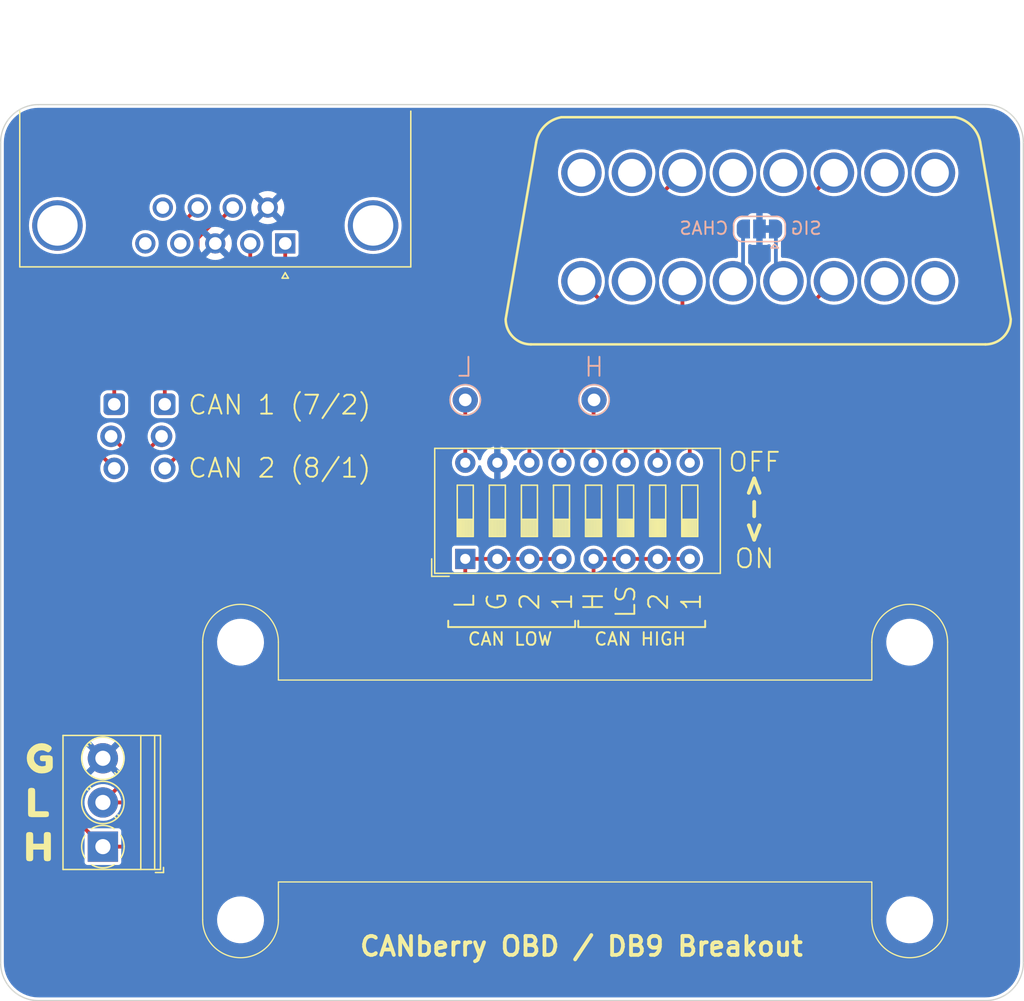
<source format=kicad_pcb>
(kicad_pcb (version 20210925) (generator pcbnew)
  (title_block (title "CANberry") (date "2021-10-02") (rev "0.1") (company "Josh Johnson"))
  (layers (0 "F.Cu" signal) (31 "B.Cu" signal) (34 "B.Paste" user) (35 "F.Paste" user) (36 "B.SilkS" user "B.Silkscreen") (37 "F.SilkS" user "F.Silkscreen") (38 "B.Mask" user) (39 "F.Mask" user) (44 "Edge.Cuts" user))
  (net 0 "")
  (net 1 "/CAN1_L")
  (net 2 "/CAN2_L")
  (net 3 "/GND")
  (net 4 "/CAN1_H")
  (net 5 "/CAN2_H")
  (net 6 "/LS_H")
  (net 8 "/MS_H")
  (net 9 "/GND_CHAS")
  (net 10 "/GND_SIG")
  (net 11 "/CAN_H")
  (net 12 "/CAN_L")
  (net 13 "/HS_H")
  (net 18 "/MS_L")
  (net 21 "/HS_L")
  (net 27 "Net-(SW1-Pad12)")
  (net 28 "Net-(SW1-Pad16)")
  (footprint "MountingHole:MountingHole_3.2mm_M3" (layer "F.Cu") (at 105 103.6 180)
    (fp_text reference "H3" hide)
    (fp_text value "MountingHole")
    (pad "" np_thru_hole circle locked (at 0 0 180) (size 3.2 3.2) (drill 3.2) (layers *.Cu *.Mask))
  )
  (footprint "svg2mod" (layer "F.Cu") (at 36.1 90.8)
    (fp_text reference "svg2mod" hide)
    (fp_text value "G***" hide)
    (fp_poly (pts (xy 0.230188 -0.23495) (xy 0.788988 -0.23495) (xy 0.998538 -0.14605) (xy 1.030288 0.03175) (xy 1.030288 0.73025) (xy 0.941388 0.923925) (xy 0.791369 1.044773) (xy 0.608013 1.131094) (xy 0.391319 1.182886) (xy 0.141288 1.20015) (xy -0.087511 1.177826) (xy -0.300831 1.110853) (xy -0.498673 0.999232) (xy -0.681038 0.842963) (xy -0.833834 0.655141) (xy -0.942975 0.448866) (xy -1.008459 0.224135) (xy -1.030288 -0.01905) (xy -1.008063 -0.261045) (xy -0.941388 -0.482203) (xy -0.830263 -0.682526) (xy -0.674688 -0.862013) (xy -0.48895 -1.009948) (xy -0.287338 -1.115616) (xy -0.06985 -1.179016) (xy 0.163513 -1.20015) (xy 0.408693 -1.172633) (xy 0.644701 -1.090083) (xy 0.871538 -0.9525) (xy 0.957263 -0.811213) (xy 0.884238 -0.631825) (xy 0.765969 -0.505619) (xy 0.658813 -0.46355) (xy 0.465138 -0.550863) (xy 0.319088 -0.616347) (xy 0.147638 -0.638175) (xy -0.080169 -0.595709) (xy -0.280988 -0.468313) (xy -0.421481 -0.272256) (xy -0.468313 -0.023813) (xy -0.447146 0.150107) (xy -0.383646 0.305682) (xy -0.277813 0.442913) (xy -0.074613 0.586978) (xy 0.153988 0.635) (xy 0.319881 0.620713) (xy 0.468313 0.57785) (xy 0.468313 0.231775) (xy 0.217488 0.231775) (xy 0.077788 0.206375) (xy 0.023813 0.131763) (xy 0.011113 -0.001588) (xy 0.0254 -0.136525) (xy 0.077788 -0.206375) (xy 0.230188 -0.23495)) (layer "F.SilkS") (width 0) (fill solid))
  )
  (footprint "MountingHole:MountingHole_3.2mm_M3" (layer "F.Cu") (at 105 81.6 180)
    (fp_text reference "H4" hide)
    (fp_text value "MountingHole")
    (pad "" np_thru_hole circle locked (at 0 0 180) (size 3.2 3.2) (drill 3.2) (layers *.Cu *.Mask))
  )
  (footprint "svg2mod" (layer "F.Cu") (at 36 97.8)
    (fp_text reference "svg2mod" hide)
    (fp_text value "G***" hide)
    (fp_poly (pts (xy 0.966788 -1.044575) (xy 0.982663 -0.879475) (xy 0.982663 0.88265) (xy 0.9779 0.992188) (xy 0.947738 1.076325) (xy 0.8636 1.140619) (xy 0.700088 1.16205) (xy 0.523875 1.132681) (xy 0.439738 1.044575) (xy 0.420688 0.879475) (xy 0.420688 0.23495) (xy -0.420688 0.23495) (xy -0.420688 0.88265) (xy -0.42545 0.992188) (xy -0.455613 1.076325) (xy -0.53975 1.140619) (xy -0.703263 1.16205) (xy -0.879475 1.132681) (xy -0.963613 1.044575) (xy -0.982663 0.879475) (xy -0.982663 -0.88265) (xy -0.9779 -0.992188) (xy -0.947738 -1.076325) (xy -0.8636 -1.140619) (xy -0.700088 -1.16205) (xy -0.523081 -1.132681) (xy -0.436563 -1.044575) (xy -0.420688 -0.879475) (xy -0.420688 -0.231775) (xy 0.420688 -0.231775) (xy 0.420688 -0.88265) (xy 0.42545 -0.992188) (xy 0.455613 -1.076325) (xy 0.541338 -1.143) (xy 0.693738 -1.16205) (xy 0.839788 -1.146175) (xy 0.922338 -1.108075) (xy 0.966788 -1.044575)) (layer "F.SilkS") (width 0) (fill solid))
  )
  (footprint "josh-connectors:OBD-II-Sparkfun" (layer "F.Cu") (at 93 49)
    (fp_text reference "J5" hide)
    (fp_text value "OBD")
    (fp_line (start 20 6.999999) (end 17.585786 -6.999999) (layer "F.SilkS") (width 0.2))
    (fp_line (start 15.585787 -9) (end -15.585786 -9) (layer "F.SilkS") (width 0.2))
    (fp_line (start -18 9) (end 18 9) (layer "F.SilkS") (width 0.2))
    (fp_line (start -19.999999 6.999999) (end -17.585786 -7) (layer "F.SilkS") (width 0.2))
    (fp_arc (start -15.157639 -6.571852) (end -15.585786 -9) (angle -70) (layer "F.SilkS") (width 0.2))
    (fp_arc (start -17.999999 7) (end -19.999999 6.999999) (angle -90) (layer "F.SilkS") (width 0.2))
    (fp_arc (start 15.157638 -6.571853) (end 17.585786 -6.999999) (angle -70) (layer "F.SilkS") (width 0.2))
    (fp_arc (start 18.000001 7) (end 18 9) (angle -90) (layer "F.SilkS") (width 0.2))
    (pad "1" thru_hole circle (at -14 4) (size 3.2 3.2) (drill 2.2) (layers *.Cu *.Mask) (net 6 "/LS_H"))
    (pad "2" thru_hole circle (at -10 4) (size 3.2 3.2) (drill 2.2) (layers *.Cu *.Mask))
    (pad "3" thru_hole circle (at -6 4) (size 3.2 3.2) (drill 2.2) (layers *.Cu *.Mask) (net 8 "/MS_H"))
    (pad "4" thru_hole circle (at -2 4) (size 3.2 3.2) (drill 2.2) (layers *.Cu *.Mask) (net 9 "/GND_CHAS"))
    (pad "5" thru_hole circle (at 2 4) (size 3.2 3.2) (drill 2.2) (layers *.Cu *.Mask) (net 10 "/GND_SIG"))
    (pad "6" thru_hole circle (at 6 4) (size 3.2 3.2) (drill 2.2) (layers *.Cu *.Mask) (net 13 "/HS_H"))
    (pad "7" thru_hole circle (at 10 4) (size 3.2 3.2) (drill 2.2) (layers *.Cu *.Mask))
    (pad "8" thru_hole circle (at 14 4) (size 3.2 3.2) (drill 2.2) (layers *.Cu *.Mask))
    (pad "9" thru_hole circle (at -14 -4.6) (size 3.2 3.2) (drill 2.2) (layers *.Cu *.Mask))
    (pad "10" thru_hole circle (at -10 -4.6) (size 3.2 3.2) (drill 2.2) (layers *.Cu *.Mask))
    (pad "11" thru_hole circle (at -6 -4.6) (size 3.2 3.2) (drill 2.2) (layers *.Cu *.Mask) (net 18 "/MS_L"))
    (pad "12" thru_hole circle (at -2 -4.6) (size 3.2 3.2) (drill 2.2) (layers *.Cu *.Mask))
    (pad "13" thru_hole circle (at 2 -4.6) (size 3.2 3.2) (drill 2.2) (layers *.Cu *.Mask))
    (pad "14" thru_hole circle (at 6 -4.6) (size 3.2 3.2) (drill 2.2) (layers *.Cu *.Mask) (net 21 "/HS_L"))
    (pad "15" thru_hole circle (at 10 -4.6) (size 3.2 3.2) (drill 2.2) (layers *.Cu *.Mask))
    (pad "16" thru_hole circle (at 14 -4.6) (size 3.2 3.2) (drill 2.2) (layers *.Cu *.Mask))
  )
  (footprint "Connector_Dsub:DSUB-9_Male_Horizontal_P2.77x2.84mm_EdgePinOffset7.70mm_Housed_MountingHolesOffset9.12mm" (layer "F.Cu") (at 55.54 50 180)
    (fp_text reference "J4" hide)
    (fp_text value "DB9_Male")
    (fp_line (start 0 -2.321325) (end -0.25 -2.754338) (layer "F.SilkS") (width 0.12))
    (fp_line (start -9.945 -1.86) (end 21.025 -1.86) (layer "F.SilkS") (width 0.12))
    (fp_line (start 21.025 -1.86) (end 21.025 10.48) (layer "F.SilkS") (width 0.12))
    (fp_line (start -9.945 10.48) (end -9.945 -1.86) (layer "F.SilkS") (width 0.12))
    (fp_line (start 0.25 -2.754338) (end 0 -2.321325) (layer "F.SilkS") (width 0.12))
    (fp_line (start -0.25 -2.754338) (end 0.25 -2.754338) (layer "F.SilkS") (width 0.12))
    (pad "0" thru_hole circle locked (at -6.96 1.42 180) (size 4 4) (drill 3.2) (layers *.Cu *.Mask))
    (pad "0" thru_hole circle locked (at 18.04 1.42 180) (size 4 4) (drill 3.2) (layers *.Cu *.Mask))
    (pad "1" thru_hole rect locked (at 0 0 180) (size 1.6 1.6) (drill 1) (layers *.Cu *.Mask) (net 2 "/CAN2_L"))
    (pad "2" thru_hole circle locked (at 2.77 0 180) (size 1.6 1.6) (drill 1) (layers *.Cu *.Mask) (net 1 "/CAN1_L"))
    (pad "3" thru_hole circle locked (at 5.54 0 180) (size 1.6 1.6) (drill 1) (layers *.Cu *.Mask) (net 3 "/GND"))
    (pad "4" thru_hole circle locked (at 8.31 0 180) (size 1.6 1.6) (drill 1) (layers *.Cu *.Mask))
    (pad "5" thru_hole circle locked (at 11.08 0 180) (size 1.6 1.6) (drill 1) (layers *.Cu *.Mask))
    (pad "6" thru_hole circle locked (at 1.385 2.84 180) (size 1.6 1.6) (drill 1) (layers *.Cu *.Mask) (net 3 "/GND"))
    (pad "7" thru_hole circle locked (at 4.155 2.84 180) (size 1.6 1.6) (drill 1) (layers *.Cu *.Mask) (net 4 "/CAN1_H"))
    (pad "8" thru_hole circle locked (at 6.925 2.84 180) (size 1.6 1.6) (drill 1) (layers *.Cu *.Mask) (net 5 "/CAN2_H"))
    (pad "9" thru_hole circle locked (at 9.695 2.84 180) (size 1.6 1.6) (drill 1) (layers *.Cu *.Mask))
  )
  (footprint "josh-connectors:3_PIN_THT_Staggered" (layer "F.Cu") (at 41.873 62.745)
    (fp_text reference "J3" hide)
    (fp_text value "CAN_H")
    (pad "1" thru_hole roundrect (at 0.127 0) (size 1.7 1.7) (drill 1) (layers *.Cu *.Mask) (roundrect_rratio 0.2) (net 4 "/CAN1_H"))
    (pad "2" thru_hole oval (at -0.127 2.54) (size 1.7 1.7) (drill 1) (layers *.Cu *.Mask) (net 11 "/CAN_H"))
    (pad "3" thru_hole oval (at 0.127 5.08) (size 1.7 1.7) (drill 1) (layers *.Cu *.Mask) (net 5 "/CAN2_H"))
  )
  (footprint "MountingHole:MountingHole_3.2mm_M3" (layer "F.Cu") (at 52 81.6 180)
    (fp_text reference "H2" hide)
    (fp_text value "MountingHole")
    (pad "" np_thru_hole circle locked (at 0 0 180) (size 3.2 3.2) (drill 3.2) (layers *.Cu *.Mask))
  )
  (footprint "josh-connectors:TerminalBlock_393570003_1x03_P3.50mm_Horizontal" (layer "F.Cu") (at 41.1 97.8 90)
    (fp_text reference "J2" hide)
    (fp_text value "1751251")
    (fp_line (start 2.355 0.941) (end 2.226 1.069) (layer "F.SilkS") (width 0.12))
    (fp_line (start -1.81 -3.16) (end -1.81 4.56) (layer "F.SilkS") (width 0.12))
    (fp_line (start 2.525 1.181) (end 2.431 1.274) (layer "F.SilkS") (width 0.12))
    (fp_line (start 6.025 1.181) (end 5.931 1.274) (layer "F.SilkS") (width 0.12))
    (fp_line (start -2.05 4.16) (end -2.05 4.8) (layer "F.SilkS") (width 0.12))
    (fp_line (start 8.275 -1.069) (end 8.146 -0.941) (layer "F.SilkS") (width 0.12))
    (fp_line (start 4.775 -1.069) (end 4.646 -0.941) (layer "F.SilkS") (width 0.12))
    (fp_line (start -1.81 4.56) (end 8.81 4.56) (layer "F.SilkS") (width 0.12))
    (fp_line (start 8.07 -1.275) (end 7.976 -1.181) (layer "F.SilkS") (width 0.12))
    (fp_line (start -2.05 4.8) (end -1.65 4.8) (layer "F.SilkS") (width 0.12))
    (fp_line (start 5.855 0.941) (end 5.726 1.069) (layer "F.SilkS") (width 0.12))
    (fp_line (start -1.81 3) (end 8.81 3) (layer "F.SilkS") (width 0.12))
    (fp_line (start -1.81 4.1) (end 8.81 4.1) (layer "F.SilkS") (width 0.12))
    (fp_line (start 4.57 -1.275) (end 4.476 -1.181) (layer "F.SilkS") (width 0.12))
    (fp_line (start -1.81 -3.16) (end 8.81 -3.16) (layer "F.SilkS") (width 0.12))
    (fp_line (start 8.81 -3.16) (end 8.81 4.56) (layer "F.SilkS") (width 0.12))
    (fp_arc (start 0 0) (end 0 1.68) (angle -32) (layer "F.SilkS") (width 0.12))
    (fp_arc (start 0 0) (end 1.425 0.891) (angle -64) (layer "F.SilkS") (width 0.12))
    (fp_arc (start 0 0) (end -0.866 1.44) (angle -32) (layer "F.SilkS") (width 0.12))
    (fp_arc (start 0 0) (end 0.866 -1.44) (angle -63) (layer "F.SilkS") (width 0.12))
    (fp_arc (start 0 0) (end -1.44 -0.866) (angle -63) (layer "F.SilkS") (width 0.12))
    (fp_circle (center 3.5 0) (end 5.18 0) (layer "F.SilkS") (width 0.12) (fill none))
    (fp_circle (center 7 0) (end 8.68 0) (layer "F.SilkS") (width 0.12) (fill none))
    (pad "1" thru_hole rect locked (at 0 0 90) (size 2.4 2.4) (drill 1.2) (layers *.Cu *.Mask) (net 11 "/CAN_H"))
    (pad "2" thru_hole circle locked (at 3.5 0 90) (size 2.4 2.4) (drill 1.2) (layers *.Cu *.Mask) (net 12 "/CAN_L"))
    (pad "3" thru_hole circle locked (at 7 0 90) (size 2.4 2.4) (drill 1.2) (layers *.Cu *.Mask) (net 3 "/GND"))
  )
  (footprint "can:Canberry" (layer "F.Cu") (at 84.1 92.4 180)
    (fp_text reference "SYM1" hide)
    (fp_text value "Canberry")
  )
  (footprint "Symbol:OSHW-Symbol_8.9x8mm_Copper" (layer "F.Cu") (at 105.7 70.2)
    (fp_text reference "LOGO1" hide)
    (fp_text value "Logo_Open_Hardware_Small" hide)
    (fp_poly (pts (xy 0.746536 -3.399573) (xy 0.859118 -2.802382) (xy 1.274531 -2.631135) (xy 1.689945 -2.459888) (xy 2.188302 -2.798767) (xy 2.327869 -2.893123) (xy 2.454029 -2.97737) (xy 2.560896 -3.047662) (xy 2.642583 -3.100153) (xy 2.693202 -3.130996) (xy 2.706987 -3.137647) (xy 2.731821 -3.120542) (xy 2.784889 -3.073256) (xy 2.860241 -3.001828) (xy 2.95193 -2.9123) (xy 3.054008 -2.810711) (xy 3.160527 -2.703102) (xy 3.265537 -2.595513) (xy 3.363092 -2.493985) (xy 3.447243 -2.404559) (xy 3.512041 -2.333274) (xy 3.551538 -2.286172) (xy 3.560981 -2.270408) (xy 3.547392 -2.241347) (xy 3.509294 -2.177679) (xy 3.450694 -2.085633) (xy 3.375598 -1.971436) (xy 3.288009 -1.841316) (xy 3.237255 -1.767099) (xy 3.144746 -1.631578) (xy 3.062541 -1.509284) (xy 2.994631 -1.406305) (xy 2.945001 -1.328727) (xy 2.917641 -1.282639) (xy 2.91353 -1.272953) (xy 2.92285 -1.245426) (xy 2.948255 -1.181272) (xy 2.985912 -1.08951) (xy 3.031987 -0.979161) (xy 3.082647 -0.859245) (xy 3.13406 -0.738781) (xy 3.18239 -0.626791) (xy 3.223807 -0.532293) (xy 3.254475 -0.464308) (xy 3.270562 -0.431857) (xy 3.271512 -0.43058) (xy 3.296773 -0.424383) (xy 3.364046 -0.41056) (xy 3.466361 -0.390468) (xy 3.596742 -0.365466) (xy 3.748217 -0.336914) (xy 3.836594 -0.320449) (xy 3.998453 -0.289631) (xy 4.14465 -0.260306) (xy 4.267788 -0.234079) (xy 4.36047 -0.212554) (xy 4.415302 -0.197335) (xy 4.426324 -0.192507) (xy 4.437119 -0.159826) (xy 4.44583 -0.086015) (xy 4.452461 0.020292) (xy 4.457019 0.150467) (xy 4.45951 0.295876) (xy 4.459939 0.44789) (xy 4.458312 0.597877) (xy 4.454636 0.737206) (xy 4.448916 0.857245) (xy 4.441158 0.949365) (xy 4.431369 1.004932) (xy 4.425497 1.0165) (xy 4.3904 1.030365) (xy 4.316029 1.050188) (xy 4.212224 1.073639) (xy 4.08882 1.098391) (xy 4.045742 1.106398) (xy 3.838048 1.144441) (xy 3.673985 1.175079) (xy 3.548131 1.199529) (xy 3.455066 1.219009) (xy 3.389368 1.234736) (xy 3.345618 1.247928) (xy 3.318393 1.259804) (xy 3.302273 1.27158) (xy 3.300018 1.273908) (xy 3.277504 1.3114) (xy 3.243159 1.384365) (xy 3.200412 1.483867) (xy 3.152693 1.600973) (xy 3.103431 1.726748) (xy 3.056056 1.852257) (xy 3.013996 1.968565) (xy 2.980681 2.066739) (xy 2.959542 2.137843) (xy 2.954006 2.172942) (xy 2.954467 2.174172) (xy 2.973224 2.202861) (xy 3.015777 2.265985) (xy 3.077654 2.356973) (xy 3.154383 2.469255) (xy 3.241492 2.59626) (xy 3.266299 2.632353) (xy 3.354753 2.763203) (xy 3.432589 2.882591) (xy 3.495567 2.983662) (xy 3.539446 3.059559) (xy 3.559986 3.103427) (xy 3.560981 3.108817) (xy 3.543723 3.137144) (xy 3.496036 3.193261) (xy 3.424051 3.271137) (xy 3.333898 3.36474) (xy 3.231706 3.468041) (xy 3.123606 3.575006) (xy 3.015729 3.679606) (xy 2.914205 3.775809) (xy 2.825163 3.857584) (xy 2.754734 3.9189) (xy 2.709048 3.953726) (xy 2.69641 3.959412) (xy 2.666992 3.94602) (xy 2.606762 3.909899) (xy 2.52553 3.857136) (xy 2.463031 3.814667) (xy 2.349786 3.73674) (xy 2.215675 3.644984) (xy 2.081156 3.553375) (xy 2.008834 3.504346) (xy 1.764039 3.33877) (xy 1.558551 3.449875) (xy 1.464937 3.498548) (xy 1.385331 3.536381) (xy 1.331468 3.557958) (xy 1.317758 3.560961) (xy 1.301271 3.538793) (xy 1.268746 3.476149) (xy 1.222609 3.378809) (xy 1.165291 3.252549) (xy 1.099217 3.10315) (xy 1.026816 2.936388) (xy 0.950517 2.758042) (xy 0.872747 2.573891) (xy 0.795935 2.389712) (xy 0.722507 2.211285) (xy 0.654893 2.044387) (xy 0.595521 1.894797) (xy 0.546817 1.768293) (xy 0.511211 1.670654) (xy 0.491131 1.607657) (xy 0.487901 1.586021) (xy 0.513497 1.558424) (xy 0.569539 1.513625) (xy 0.644312 1.460934) (xy 0.650588 1.456765) (xy 0.843846 1.302069) (xy 0.999675 1.121591) (xy 1.116725 0.921102) (xy 1.193646 0.706374) (xy 1.229087 0.483177) (xy 1.221698 0.257281) (xy 1.170128 0.034459) (xy 1.073027 -0.179521) (xy 1.044459 -0.226336) (xy 0.895869 -0.415382) (xy 0.720328 -0.567188) (xy 0.523911 -0.680966) (xy 0.312694 -0.755925) (xy 0.092754 -0.791278) (xy -0.129836 -0.786233) (xy -0.348998 -0.740001) (xy -0.558657 -0.651794) (xy -0.752738 -0.520821) (xy -0.812773 -0.467663) (xy -0.965564 -0.301261) (xy -1.076902 -0.126088) (xy -1.153276 0.070266) (xy -1.195812 0.264717) (xy -1.206313 0.483342) (xy -1.171299 0.703052) (xy -1.094326 0.91642) (xy -0.978952 1.116022) (xy -0.828734 1.294429) (xy -0.647226 1.444217) (xy -0.623372 1.460006) (xy -0.547798 1.511712) (xy -0.490348 1.556512) (xy -0.462882 1.585117) (xy -0.462482 1.586021) (xy -0.468379 1.616964) (xy -0.491754 1.687191) (xy -0.530178 1.790925) (xy -0.581222 1.92239) (xy -0.642457 2.075807) (xy -0.711455 2.245401) (xy -0.785786 2.425393) (xy -0.863021 2.610008) (xy -0.940731 2.793468) (xy -1.016488 2.969996) (xy -1.087862 3.133814) (xy -1.152425 3.279147) (xy -1.207747 3.400217) (xy -1.251399 3.491247) (xy -1.280953 3.54646) (xy -1.292855 3.560961) (xy -1.329222 3.549669) (xy -1.397269 3.519385) (xy -1.485263 3.47552) (xy -1.533649 3.449875) (xy -1.739136 3.33877) (xy -1.983931 3.504346) (xy -2.108893 3.58917) (xy -2.245704 3.682516) (xy -2.373911 3.770408) (xy -2.438128 3.814667) (xy -2.528448 3.875318) (xy -2.604928 3.923381) (xy -2.657592 3.95277) (xy -2.674697 3.958982) (xy -2.699594 3.942223) (xy -2.754694 3.895436) (xy -2.834656 3.82348) (xy -2.934139 3.731212) (xy -3.047799 3.62349) (xy -3.119684 3.554326) (xy -3.245448 3.430757) (xy -3.354136 3.320234) (xy -3.441354 3.227485) (xy -3.50271 3.157237) (xy -3.533808 3.11422) (xy -3.536791 3.10549) (xy -3.522946 3.072284) (xy -3.484687 3.005142) (xy -3.426258 2.910863) (xy -3.351902 2.796245) (xy -3.265864 2.668083) (xy -3.241397 2.632353) (xy -3.152245 2.502489) (xy -3.072261 2.385569) (xy -3.005919 2.288162) (xy -2.957688 2.216839) (xy -2.932042 2.17817) (xy -2.929564 2.174172) (xy -2.93327 2.143355) (xy -2.952938 2.075599) (xy -2.985139 1.979839) (xy -3.026444 1.865009) (xy -3.073424 1.740044) (xy -3.12265 1.613879) (xy -3.170691 1.495448) (xy -3.214118 1.393685) (xy -3.249503 1.317526) (xy -3.273415 1.275904) (xy -3.275115 1.273908) (xy -3.289737 1.262013) (xy -3.314434 1.25025) (xy -3.354627 1.237401) (xy -3.415736 1.222249) (xy -3.503182 1.203576) (xy -3.622387 1.180165) (xy -3.778772 1.150797) (xy -3.977756 1.114255) (xy -4.020839 1.106398) (xy -4.148529 1.081727) (xy -4.259846 1.057593) (xy -4.344954 1.036324) (xy -4.394016 1.020248) (xy -4.400594 1.0165) (xy -4.411435 0.983273) (xy -4.420246 0.909021) (xy -4.427023 0.802376) (xy -4.431759 0.671967) (xy -4.434449 0.526427) (xy -4.435086 0.374386) (xy -4.433665 0.224476) (xy -4.430179 0.085328) (xy -4.424623 -0.034428) (xy -4.416991 -0.126159) (xy -4.407277 -0.181234) (xy -4.401421 -0.192507) (xy -4.368819 -0.203877) (xy -4.294581 -0.222376) (xy -4.186103 -0.246398) (xy -4.050782 -0.274338) (xy -3.896014 -0.304592) (xy -3.811692 -0.320449) (xy -3.651703 -0.350356) (xy -3.509032 -0.37745) (xy -3.390651 -0.400369) (xy -3.303534 -0.417757) (xy -3.254654 -0.428253) (xy -3.246609 -0.43058) (xy -3.233012 -0.456814) (xy -3.20427 -0.520005) (xy -3.164214 -0.611123) (xy -3.116675 -0.721143) (xy -3.065484 -0.841035) (xy -3.014473 -0.961773) (xy -2.967473 -1.074329) (xy -2.928315 -1.169674) (xy -2.90083 -1.238783) (xy -2.88885 -1.272626) (xy -2.888627 -1.274105) (xy -2.902208 -1.300803) (xy -2.940284 -1.36224) (xy -2.998852 -1.452311) (xy -3.073911 -1.56491) (xy -3.161459 -1.69393) (xy -3.212352 -1.768039) (xy -3.30509 -1.903923) (xy -3.387458 -2.027291) (xy -3.455438 -2.131903) (xy -3.505011 -2.211517) (xy -3.532157 -2.259893) (xy -3.536078 -2.270738) (xy -3.519224 -2.29598) (xy -3.472631 -2.349876) (xy -3.402251 -2.426387) (xy -3.314034 -2.519477) (xy -3.213934 -2.623105) (xy -3.107901 -2.731236) (xy -3.001888 -2.83783) (xy -2.901847 -2.93685) (xy -2.813729 -3.022258) (xy -2.743486 -3.088015) (xy -2.697071 -3.128084) (xy -2.681543 -3.137647) (xy -2.65626 -3.1242) (xy -2.595788 -3.086425) (xy -2.506007 -3.028165) (xy -2.392796 -2.953266) (xy -2.262036 -2.865575) (xy -2.1634 -2.798767) (xy -1.665042 -2.459888) (xy -1.249629 -2.631135) (xy -0.834215 -2.802382) (xy -0.721633 -3.399573) (xy -0.60905 -3.996765) (xy 0.633953 -3.996765) (xy 0.746536 -3.399573)) (layer "F.Cu") (width 0.01) (fill solid))
  )
  (footprint "Button_Switch_THT:SW_DIP_SPSTx08_Slide_9.78x22.5mm_W7.62mm_P2.54mm" (layer "F.Cu") (at 69.8 75 90)
    (fp_text reference "SW1" hide)
    (fp_text value "SW_DIP_x08")
    (fp_line (start 5.84 13.335) (end 5.84 12.065) (layer "F.SilkS") (width 0.12))
    (fp_line (start 1.78 17.625) (end 3.133333 17.625) (layer "F.SilkS") (width 0.12))
    (fp_line (start 1.78 2.385) (end 3.133333 2.385) (layer "F.SilkS") (width 0.12))
    (fp_line (start 5.84 17.145) (end 1.78 17.145) (layer "F.SilkS") (width 0.12))
    (fp_line (start 1.78 15.875) (end 5.84 15.875) (layer "F.SilkS") (width 0.12))
    (fp_line (start 5.84 5.715) (end 5.84 4.445) (layer "F.SilkS") (width 0.12))
    (fp_line (start 1.78 15.205) (end 3.133333 15.205) (layer "F.SilkS") (width 0.12))
    (fp_line (start -1.14 -2.42) (end -1.14 20.201) (layer "F.SilkS") (width 0.12))
    (fp_line (start 1.78 12.425) (end 3.133333 12.425) (layer "F.SilkS") (width 0.12))
    (fp_line (start 1.78 1.905) (end 1.78 3.175) (layer "F.SilkS") (width 0.12))
    (fp_line (start 5.84 18.415) (end 5.84 17.145) (layer "F.SilkS") (width 0.12))
    (fp_line (start 1.78 7.945) (end 3.133333 7.945) (layer "F.SilkS") (width 0.12))
    (fp_line (start 5.84 9.525) (end 1.78 9.525) (layer "F.SilkS") (width 0.12))
    (fp_line (start 1.78 18.225) (end 3.133333 18.225) (layer "F.SilkS") (width 0.12))
    (fp_line (start 1.78 10.125) (end 3.133333 10.125) (layer "F.SilkS") (width 0.12))
    (fp_line (start 1.78 7.825) (end 3.133333 7.825) (layer "F.SilkS") (width 0.12))
    (fp_line (start 1.78 6.985) (end 1.78 8.255) (layer "F.SilkS") (width 0.12))
    (fp_line (start 1.78 12.545) (end 3.133333 12.545) (layer "F.SilkS") (width 0.12))
    (fp_line (start 1.78 9.525) (end 1.78 10.795) (layer "F.SilkS") (width 0.12))
    (fp_line (start 3.133333 6.985) (end 3.133333 8.255) (layer "F.SilkS") (width 0.12))
    (fp_line (start 1.78 2.745) (end 3.133333 2.745) (layer "F.SilkS") (width 0.12))
    (fp_line (start 1.78 17.265) (end 3.133333 17.265) (layer "F.SilkS") (width 0.12))
    (fp_line (start 1.78 -0.275) (end 3.133333 -0.275) (layer "F.SilkS") (width 0.12))
    (fp_line (start 1.78 2.625) (end 3.133333 2.625) (layer "F.SilkS") (width 0.12))
    (fp_line (start 1.78 15.085) (end 3.133333 15.085) (layer "F.SilkS") (width 0.12))
    (fp_line (start -1.14 -2.42) (end 8.76 -2.42) (layer "F.SilkS") (width 0.12))
    (fp_line (start 1.78 -0.635) (end 1.78 0.635) (layer "F.SilkS") (width 0.12))
    (fp_line (start 1.78 5.525) (end 3.133333 5.525) (layer "F.SilkS") (width 0.12))
    (fp_line (start 1.78 15.325) (end 3.133333 15.325) (layer "F.SilkS") (width 0.12))
    (fp_line (start 1.78 18.345) (end 3.133333 18.345) (layer "F.SilkS") (width 0.12))
    (fp_line (start 1.78 0.635) (end 5.84 0.635) (layer "F.SilkS") (width 0.12))
    (fp_line (start 3.133333 4.445) (end 3.133333 5.715) (layer "F.SilkS") (width 0.12))
    (fp_line (start 1.78 12.065) (end 1.78 13.335) (layer "F.SilkS") (width 0.12))
    (fp_line (start 1.78 5.165) (end 3.133333 5.165) (layer "F.SilkS") (width 0.12))
    (fp_line (start 1.78 15.445) (end 3.133333 15.445) (layer "F.SilkS") (width 0.12))
    (fp_line (start 1.78 17.985) (end 3.133333 17.985) (layer "F.SilkS") (width 0.12))
    (fp_line (start 1.78 4.565) (end 3.133333 4.565) (layer "F.SilkS") (width 0.12))
    (fp_line (start 1.78 17.505) (end 3.133333 17.505) (layer "F.SilkS") (width 0.12))
    (fp_line (start -1.38 -2.66) (end 0.004 -2.66) (layer "F.SilkS") (width 0.12))
    (fp_line (start 5.84 1.905) (end 1.78 1.905) (layer "F.SilkS") (width 0.12))
    (fp_line (start 1.78 17.145) (end 1.78 18.415) (layer "F.SilkS") (width 0.12))
    (fp_line (start 1.78 7.465) (end 3.133333 7.465) (layer "F.SilkS") (width 0.12))
    (fp_line (start 1.78 15.565) (end 3.133333 15.565) (layer "F.SilkS") (width 0.12))
    (fp_line (start 5.84 0.635) (end 5.84 -0.635) (layer "F.SilkS") (width 0.12))
    (fp_line (start 1.78 15.805) (end 3.133333 15.805) (layer "F.SilkS") (width 0.12))
    (fp_line (start 1.78 4.685) (end 3.133333 4.685) (layer "F.SilkS") (width 0.12))
    (fp_line (start 1.78 5.715) (end 5.84 5.715) (layer "F.SilkS") (width 0.12))
    (fp_line (start 1.78 7.105) (end 3.133333 7.105) (layer "F.SilkS") (width 0.12))
    (fp_line (start 1.78 2.265) (end 3.133333 2.265) (layer "F.SilkS") (width 0.12))
    (fp_line (start 3.133333 1.905) (end 3.133333 3.175) (layer "F.SilkS") (width 0.12))
    (fp_line (start 1.78 8.185) (end 3.133333 8.185) (layer "F.SilkS") (width 0.12))
    (fp_line (start 1.78 2.505) (end 3.133333 2.505) (layer "F.SilkS") (width 0.12))
    (fp_line (start 1.78 12.905) (end 3.133333 12.905) (layer "F.SilkS") (width 0.12))
    (fp_line (start 1.78 5.045) (end 3.133333 5.045) (layer "F.SilkS") (width 0.12))
    (fp_line (start 5.84 15.875) (end 5.84 14.605) (layer "F.SilkS") (width 0.12))
    (fp_line (start 5.84 6.985) (end 1.78 6.985) (layer "F.SilkS") (width 0.12))
    (fp_line (start 1.78 10.795) (end 5.84 10.795) (layer "F.SilkS") (width 0.12))
    (fp_line (start 1.78 14.965) (end 3.133333 14.965) (layer "F.SilkS") (width 0.12))
    (fp_line (start 1.78 0.565) (end 3.133333 0.565) (layer "F.SilkS") (width 0.12))
    (fp_line (start 1.78 12.785) (end 3.133333 12.785) (layer "F.SilkS") (width 0.12))
    (fp_line (start 1.78 3.175) (end 5.84 3.175) (layer "F.SilkS") (width 0.12))
    (fp_line (start 8.76 -2.42) (end 8.76 20.201) (layer "F.SilkS") (width 0.12))
    (fp_line (start 1.78 5.405) (end 3.133333 5.405) (layer "F.SilkS") (width 0.12))
    (fp_line (start 1.78 4.445) (end 1.78 5.715) (layer "F.SilkS") (width 0.12))
    (fp_line (start 1.78 12.305) (end 3.133333 12.305) (layer "F.SilkS") (width 0.12))
    (fp_line (start 1.78 10.245) (end 3.133333 10.245) (layer "F.SilkS") (width 0.12))
    (fp_line (start 1.78 14.605) (end 1.78 15.875) (layer "F.SilkS") (width 0.12))
    (fp_line (start 1.78 10.485) (end 3.133333 10.485) (layer "F.SilkS") (width 0.12))
    (fp_line (start 5.84 3.175) (end 5.84 1.905) (layer "F.SilkS") (width 0.12))
    (fp_line (start 1.78 0.325) (end 3.133333 0.325) (layer "F.SilkS") (width 0.12))
    (fp_line (start 1.78 2.025) (end 3.133333 2.025) (layer "F.SilkS") (width 0.12))
    (fp_line (start 1.78 7.705) (end 3.133333 7.705) (layer "F.SilkS") (width 0.12))
    (fp_line (start 1.78 17.745) (end 3.133333 17.745) (layer "F.SilkS") (width 0.12))
    (fp_line (start 1.78 0.445) (end 3.133333 0.445) (layer "F.SilkS") (width 0.12))
    (fp_line (start 1.78 14.845) (end 3.133333 14.845) (layer "F.SilkS") (width 0.12))
    (fp_line (start 5.84 10.795) (end 5.84 9.525) (layer "F.SilkS") (width 0.12))
    (fp_line (start 1.78 14.725) (end 3.133333 14.725) (layer "F.SilkS") (width 0.12))
    (fp_line (start 1.78 18.415) (end 5.84 18.415) (layer "F.SilkS") (width 0.12))
    (fp_line (start 3.133333 9.525) (end 3.133333 10.795) (layer "F.SilkS") (width 0.12))
    (fp_line (start 1.78 4.805) (end 3.133333 4.805) (layer "F.SilkS") (width 0.12))
    (fp_line (start 1.78 8.255) (end 5.84 8.255) (layer "F.SilkS") (width 0.12))
    (fp_line (start 1.78 17.865) (end 3.133333 17.865) (layer "F.SilkS") (width 0.12))
    (fp_line (start 3.133333 12.065) (end 3.133333 13.335) (layer "F.SilkS") (width 0.12))
    (fp_line (start 5.84 8.255) (end 5.84 6.985) (layer "F.SilkS") (width 0.12))
    (fp_line (start 1.78 2.985) (end 3.133333 2.985) (layer "F.SilkS") (width 0.12))
    (fp_line (start 1.78 13.145) (end 3.133333 13.145) (layer "F.SilkS") (width 0.12))
    (fp_line (start 3.133333 17.145) (end 3.133333 18.415) (layer "F.SilkS") (width 0.12))
    (fp_line (start 1.78 7.585) (end 3.133333 7.585) (layer "F.SilkS") (width 0.12))
    (fp_line (start -1.14 20.201) (end 8.76 20.201) (layer "F.SilkS") (width 0.12))
    (fp_line (start 1.78 4.925) (end 3.133333 4.925) (layer "F.SilkS") (width 0.12))
    (fp_line (start 1.78 18.105) (end 3.133333 18.105) (layer "F.SilkS") (width 0.12))
    (fp_line (start 1.78 7.225) (end 3.133333 7.225) (layer "F.SilkS") (width 0.12))
    (fp_line (start 5.84 14.605) (end 1.78 14.605) (layer "F.SilkS") (width 0.12))
    (fp_line (start 1.78 12.185) (end 3.133333 12.185) (layer "F.SilkS") (width 0.12))
    (fp_line (start 5.84 -0.635) (end 1.78 -0.635) (layer "F.SilkS") (width 0.12))
    (fp_line (start 5.84 4.445) (end 1.78 4.445) (layer "F.SilkS") (width 0.12))
    (fp_line (start 1.78 -0.515) (end 3.133333 -0.515) (layer "F.SilkS") (width 0.12))
    (fp_line (start -1.38 -2.66) (end -1.38 -1.277) (layer "F.SilkS") (width 0.12))
    (fp_line (start 1.78 5.645) (end 3.133333 5.645) (layer "F.SilkS") (width 0.12))
    (fp_line (start 1.78 9.765) (end 3.133333 9.765) (layer "F.SilkS") (width 0.12))
    (fp_line (start 1.78 13.265) (end 3.133333 13.265) (layer "F.SilkS") (width 0.12))
    (fp_line (start 1.78 3.105) (end 3.133333 3.105) (layer "F.SilkS") (width 0.12))
    (fp_line (start 1.78 13.025) (end 3.133333 13.025) (layer "F.SilkS") (width 0.12))
    (fp_line (start 1.78 9.885) (end 3.133333 9.885) (layer "F.SilkS") (width 0.12))
    (fp_line (start 1.78 8.065) (end 3.133333 8.065) (layer "F.SilkS") (width 0.12))
    (fp_line (start 1.78 -0.395) (end 3.133333 -0.395) (layer "F.SilkS") (width 0.12))
    (fp_line (start 1.78 13.335) (end 5.84 13.335) (layer "F.SilkS") (width 0.12))
    (fp_line (start 1.78 0.085) (end 3.133333 0.085) (layer "F.SilkS") (width 0.12))
    (fp_line (start 1.78 17.385) (end 3.133333 17.385) (layer "F.SilkS") (width 0.12))
    (fp_line (start 1.78 9.645) (end 3.133333 9.645) (layer "F.SilkS") (width 0.12))
    (fp_line (start 1.78 10.725) (end 3.133333 10.725) (layer "F.SilkS") (width 0.12))
    (fp_line (start 1.78 5.285) (end 3.133333 5.285) (layer "F.SilkS") (width 0.12))
    (fp_line (start 1.78 -0.035) (end 3.133333 -0.035) (layer "F.SilkS") (width 0.12))
    (fp_line (start 1.78 0.205) (end 3.133333 0.205) (layer "F.SilkS") (width 0.12))
    (fp_line (start 1.78 2.865) (end 3.133333 2.865) (layer "F.SilkS") (width 0.12))
    (fp_line (start 1.78 2.145) (end 3.133333 2.145) (layer "F.SilkS") (width 0.12))
    (fp_line (start 1.78 7.345) (end 3.133333 7.345) (layer "F.SilkS") (width 0.12))
    (fp_line (start 1.78 -0.155) (end 3.133333 -0.155) (layer "F.SilkS") (width 0.12))
    (fp_line (start 1.78 15.685) (end 3.133333 15.685) (layer "F.SilkS") (width 0.12))
    (fp_line (start 1.78 10.005) (end 3.133333 10.005) (layer "F.SilkS") (width 0.12))
    (fp_line (start 5.84 12.065) (end 1.78 12.065) (layer "F.SilkS") (width 0.12))
    (fp_line (start 1.78 12.665) (end 3.133333 12.665) (layer "F.SilkS") (width 0.12))
    (fp_line (start 1.78 10.365) (end 3.133333 10.365) (layer "F.SilkS") (width 0.12))
    (fp_line (start 3.133333 -0.635) (end 3.133333 0.635) (layer "F.SilkS") (width 0.12))
    (fp_line (start 1.78 10.605) (end 3.133333 10.605) (layer "F.SilkS") (width 0.12))
    (fp_line (start 3.133333 14.605) (end 3.133333 15.875) (layer "F.SilkS") (width 0.12))
    (pad "1" thru_hole rect locked (at 0 0 90) (size 1.6 1.6) (drill 0.8) (layers *.Cu *.Mask) (net 12 "/CAN_L"))
    (pad "2" thru_hole oval locked (at 0 2.54 90) (size 1.6 1.6) (drill 0.8) (layers *.Cu *.Mask) (net 12 "/CAN_L"))
    (pad "3" thru_hole oval locked (at 0 5.08 90) (size 1.6 1.6) (drill 0.8) (layers *.Cu *.Mask) (net 12 "/CAN_L"))
    (pad "4" thru_hole oval locked (at 0 7.62 90) (size 1.6 1.6) (drill 0.8) (layers *.Cu *.Mask) (net 12 "/CAN_L"))
    (pad "5" thru_hole oval locked (at 0 10.16 90) (size 1.6 1.6) (drill 0.8) (layers *.Cu *.Mask) (net 11 "/CAN_H"))
    (pad "6" thru_hole oval locked (at 0 12.7 90) (size 1.6 1.6) (drill 0.8) (layers *.Cu *.Mask) (net 11 "/CAN_H"))
    (pad "7" thru_hole oval locked (at 0 15.24 90) (size 1.6 1.6) (drill 0.8) (layers *.Cu *.Mask) (net 11 "/CAN_H"))
    (pad "8" thru_hole oval locked (at 0 17.78 90) (size 1.6 1.6) (drill 0.8) (layers *.Cu *.Mask) (net 11 "/CAN_H"))
    (pad "9" thru_hole oval locked (at 7.62 17.78 90) (size 1.6 1.6) (drill 0.8) (layers *.Cu *.Mask) (net 13 "/HS_H"))
    (pad "10" thru_hole oval locked (at 7.62 15.24 90) (size 1.6 1.6) (drill 0.8) (layers *.Cu *.Mask) (net 8 "/MS_H"))
    (pad "11" thru_hole oval locked (at 7.62 12.7 90) (size 1.6 1.6) (drill 0.8) (layers *.Cu *.Mask) (net 6 "/LS_H"))
    (pad "12" thru_hole oval locked (at 7.62 10.16 90) (size 1.6 1.6) (drill 0.8) (layers *.Cu *.Mask) (net 27 "Net-(SW1-Pad12)"))
    (pad "13" thru_hole oval locked (at 7.62 7.62 90) (size 1.6 1.6) (drill 0.8) (layers *.Cu *.Mask) (net 21 "/HS_L"))
    (pad "14" thru_hole oval locked (at 7.62 5.08 90) (size 1.6 1.6) (drill 0.8) (layers *.Cu *.Mask) (net 18 "/MS_L"))
    (pad "15" thru_hole oval locked (at 7.62 2.54 90) (size 1.6 1.6) (drill 0.8) (layers *.Cu *.Mask) (net 3 "/GND"))
    (pad "16" thru_hole oval locked (at 7.62 0 90) (size 1.6 1.6) (drill 0.8) (layers *.Cu *.Mask) (net 28 "Net-(SW1-Pad16)"))
  )
  (footprint "svg2mod" (layer "F.Cu") (at 36 94.3)
    (fp_text reference "svg2mod" hide)
    (fp_text value "G***" hide)
    (fp_poly (pts (xy -0.2667 0.693738) (xy 0.5969 0.693738) (xy 0.7493 0.71755) (xy 0.8128 0.792163) (xy 0.828675 0.9271) (xy 0.8128 1.062038) (xy 0.758825 1.131888) (xy 0.593725 1.163638) (xy -0.549275 1.163638) (xy -0.725488 1.133475) (xy -0.809625 1.042988) (xy -0.828675 0.881063) (xy -0.828675 -0.884238) (xy -0.823913 -0.993775) (xy -0.79375 -1.077913) (xy -0.709613 -1.142206) (xy -0.5461 -1.163638) (xy -0.369094 -1.134269) (xy -0.282575 -1.046163) (xy -0.2667 -0.881063) (xy -0.2667 0.693738)) (layer "F.SilkS") (width 0) (fill solid))
  )
  (footprint "MountingHole:MountingHole_3.2mm_M3" (layer "F.Cu") (at 52 103.6 180)
    (fp_text reference "H1" hide)
    (fp_text value "MountingHole")
    (pad "" np_thru_hole circle locked (at 0 0 180) (size 3.2 3.2) (drill 3.2) (layers *.Cu *.Mask))
  )
  (footprint "josh-connectors:3_PIN_THT_Staggered" (layer "F.Cu") (at 45.873 62.745)
    (fp_text reference "J1" hide)
    (fp_text value "CAN_L")
    (pad "1" thru_hole roundrect (at 0.127 0) (size 1.7 1.7) (drill 1) (layers *.Cu *.Mask) (roundrect_rratio 0.2) (net 1 "/CAN1_L"))
    (pad "2" thru_hole oval (at -0.127 2.54) (size 1.7 1.7) (drill 1) (layers *.Cu *.Mask) (net 12 "/CAN_L"))
    (pad "3" thru_hole oval (at 0.127 5.08) (size 1.7 1.7) (drill 1) (layers *.Cu *.Mask) (net 2 "/CAN2_L"))
  )
  (footprint "TestPoint:TestPoint_THTPad_D2.0mm_Drill1.0mm" (layer "B.Cu") (at 69.8 62.4 180)
    (fp_text reference "TP2" hide)
    (fp_text value "CAN_LOW")
    (fp_circle (center 0 0) (end 0 -1.2) (layer "B.SilkS") (width 0.12) (fill none))
    (pad "1" thru_hole circle locked (at 0 0 180) (size 2 2) (drill 1) (layers *.Cu *.Mask) (net 28 "Net-(SW1-Pad16)"))
  )
  (footprint "TestPoint:TestPoint_THTPad_D2.0mm_Drill1.0mm" (layer "B.Cu") (at 80 62.4 180)
    (fp_text reference "TP1" hide)
    (fp_text value "CAN_HIGH")
    (fp_circle (center 0 0) (end 0 -1.2) (layer "B.SilkS") (width 0.12) (fill none))
    (pad "1" thru_hole circle (at 0 0 180) (size 2 2) (drill 1) (layers *.Cu *.Mask) (net 27 "Net-(SW1-Pad12)"))
  )
  (footprint "Jumper:SolderJumper-3_P1.3mm_Bridged12_RoundedPad1.0x1.5mm" (layer "B.Cu") (at 93.1 48.8575 180)
    (fp_text reference "JP1" hide)
    (fp_text value "JMP")
    (fp_poly (pts (xy -0.9 0.3) (xy -0.4 0.3) (xy -0.4 -0.3) (xy -0.9 -0.3)) (layer "B.Cu") (width 0) (fill solid))
    (fp_line (start -1.2 -1.2) (end -1.5 -1.5) (layer "B.SilkS") (width 0.12))
    (fp_line (start -1.5 -1.5) (end -0.9 -1.5) (layer "B.SilkS") (width 0.12))
    (fp_line (start -1.2 -1.2) (end -0.9 -1.5) (layer "B.SilkS") (width 0.12))
    (fp_line (start -2.05 -0.3) (end -2.05 0.3) (layer "B.SilkS") (width 0.12))
    (fp_line (start -1.4 1) (end 1.4 1) (layer "B.SilkS") (width 0.12))
    (fp_line (start 2.05 0.3) (end 2.05 -0.3) (layer "B.SilkS") (width 0.12))
    (fp_line (start 1.4 -1) (end -1.4 -1) (layer "B.SilkS") (width 0.12))
    (fp_arc (start 1.35 -0.3) (end 1.35 -1) (angle 90) (layer "B.SilkS") (width 0.12))
    (fp_arc (start -1.35 -0.3) (end -2.05 -0.3) (angle 90) (layer "B.SilkS") (width 0.12))
    (fp_arc (start -1.35 0.3) (end -1.35 1) (angle 90) (layer "B.SilkS") (width 0.12))
    (fp_arc (start 1.35 0.3) (end 2.05 0.3) (angle 90) (layer "B.SilkS") (width 0.12))
    (pad "1" smd custom locked (at -1.3 0 180) (size 1 0.5) (layers "B.Cu" "B.Mask") (net 10 "/GND_SIG") (options (clearance outline) (anchor rect)) (primitives (gr_circle (center 0 -0.25) (end 0.5 -0.25) (width 0) (fill yes)) (gr_circle (center 0 0.25) (end 0.5 0.25) (width 0) (fill yes)) (gr_poly (pts (xy 0.55 0.75) (xy 0 0.75) (xy 0 -0.75) (xy 0.55 -0.75)) (width 0) (fill yes))))
    (pad "2" smd rect locked (at 0 0 180) (size 1 1.5) (layers "B.Cu" "B.Mask") (net 3 "/GND"))
    (pad "3" smd custom locked (at 1.3 0 180) (size 1 0.5) (layers "B.Cu" "B.Mask") (net 9 "/GND_CHAS") (options (clearance outline) (anchor rect)) (primitives (gr_circle (center 0 -0.25) (end 0.5 -0.25) (width 0) (fill yes)) (gr_circle (center 0 0.25) (end 0.5 0.25) (width 0) (fill yes)) (gr_poly (pts (xy 0 0.75) (xy -0.55 0.75) (xy -0.55 -0.75) (xy 0 -0.75)) (width 0) (fill yes))))
  )
  (gr_arc (start 105 81.6) (end 108 81.6) (angle -180) (layer "F.SilkS") (width 0.1))
  (gr_line (start 102 81.6) (end 102 84.6) (layer "F.SilkS") (width 0.1))
  (gr_line (start 108 81.6) (end 108 103.6) (layer "F.SilkS") (width 0.1))
  (gr_line (start 102 100.6) (end 102 103.6) (layer "F.SilkS") (width 0.1))
  (gr_line (start 55 84.6) (end 102 84.6) (layer "F.SilkS") (width 0.1))
  (gr_line (start 78.75 80.4) (end 78.75 79.9) (layer "F.SilkS") (width 0.15))
  (gr_line (start 102 100.6) (end 55 100.6) (layer "F.SilkS") (width 0.1))
  (gr_arc (start 52 81.6) (end 55 81.6) (angle -180) (layer "F.SilkS") (width 0.1))
  (gr_line (start 78.5 80.4) (end 68.45 80.4) (layer "F.SilkS") (width 0.15))
  (gr_line (start 78.5 79.9) (end 78.5 80.4) (layer "F.SilkS") (width 0.15))
  (gr_line (start 68.45 80.4) (end 68.45 79.9) (layer "F.SilkS") (width 0.15))
  (gr_line (start 55 103.6) (end 55 100.6) (layer "F.SilkS") (width 0.1))
  (gr_line (start 88.8 80.4) (end 78.75 80.4) (layer "F.SilkS") (width 0.15))
  (gr_line (start 88.8 79.9) (end 88.8 80.4) (layer "F.SilkS") (width 0.15))
  (gr_arc (start 105 103.6) (end 102 103.6) (angle -180) (layer "F.SilkS") (width 0.1))
  (gr_line (start 55 84.6) (end 55 81.6) (layer "F.SilkS") (width 0.1))
  (gr_line (start 49 103.6) (end 49 81.6) (layer "F.SilkS") (width 0.1))
  (gr_arc (start 52 103.6) (end 49 103.6) (angle -180) (layer "F.SilkS") (width 0.1))
  (gr_line (start 114 107) (end 114 42) (layer "Edge.Cuts") (width 0.1))
  (gr_arc (start 36 42) (end 36 39) (angle -90) (layer "Edge.Cuts") (width 0.1))
  (gr_line (start 111 110) (end 36 110) (layer "Edge.Cuts") (width 0.1))
  (gr_arc (start 111 107) (end 111 110) (angle -90) (layer "Edge.Cuts") (width 0.1))
  (gr_arc (start 111 42) (end 114 42) (angle -90) (layer "Edge.Cuts") (width 0.1))
  (gr_arc (start 36 107) (end 33 107) (angle -90) (layer "Edge.Cuts") (width 0.1))
  (gr_line (start 36 39) (end 111 39) (layer "Edge.Cuts") (width 0.1))
  (gr_line (start 33 107) (end 33 42) (layer "Edge.Cuts") (width 0.1))
  (gr_text "SIG" (at 96.8 48.8) (layer "B.SilkS") (effects (font (size 1 1)) (justify mirror)))
  (gr_text "CHAS" (at 88.7 48.8) (layer "B.SilkS") (effects (font (size 1 1)) (justify mirror)))
  (gr_text "H" (at 80 59.8) (layer "B.SilkS") (effects (font (size 1.5 1.5)) (justify mirror)))
  (gr_text "L" (at 69.8 59.8) (layer "B.SilkS") (effects (font (size 1.5 1.5)) (justify mirror)))
  (gr_text "CAN LOW" (at 73.35 81.35) (layer "F.SilkS") (effects (font (size 1 1))))
  (gr_text "2" (at 85.1 78.388819 90) (layer "F.SilkS") (effects (font (size 1.5 1.5))))
  (gr_text "H" (at 79.95 78.386406 90) (layer "F.SilkS") (effects (font (size 1.5 1.5))))
  (gr_text "ON" (at 92.7 74.975) (layer "F.SilkS") (effects (font (size 1.5 1.5))))
  (gr_text "G" (at 72.3 78.3787 90) (layer "F.SilkS") (effects (font (size 1.5 1.5))))
  (gr_text "2" (at 74.9 78.3787 90) (layer "F.SilkS") (effects (font (size 1.5 1.5))))
  (gr_text "CANberry OBD / DB9 Breakout" (at 79 105.7) (layer "F.SilkS") (effects (font (size 1.5 1.5) (thickness 0.3))))
  (gr_text "1" (at 87.7 78.4 90) (layer "F.SilkS") (effects (font (size 1.5 1.5))))
  (gr_text "L" (at 69.75 78.376287 90) (layer "F.SilkS") (effects (font (size 1.5 1.5))))
  (gr_text "1" (at 77.5 78.389881 90) (layer "F.SilkS") (effects (font (size 1.5 1.5))))
  (gr_text "OFF" (at 92.7 67.325) (layer "F.SilkS") (effects (font (size 1.5 1.5))))
  (gr_text "LS" (at 82.5 78.388819 90) (layer "F.SilkS") (effects (font (size 1.5 1.5))))
  (gr_text "CAN 2 (8/1)" (at 55.1 67.8) (layer "F.SilkS") (effects (font (size 1.5 1.5))))
  (gr_text "<->" (at 92.575 71.05 90) (layer "F.SilkS") (effects (font (size 1.5 1.5) (thickness 0.3))))
  (gr_text "CAN HIGH" (at 83.65 81.35) (layer "F.SilkS") (effects (font (size 1 1))))
  (gr_text "CAN 1 (7/2)" (at 55.1 62.8) (layer "F.SilkS") (effects (font (size 1.5 1.5))))
  (segment (start 46 62.745) (end 46 60.2) (width 0.3) (layer "F.Cu") (net 1))
  (segment (start 52.77 53.43) (end 52.77 50) (width 0.3) (layer "F.Cu") (net 1))
  (segment (start 46 60.2) (end 52.77 53.43) (width 0.3) (layer "F.Cu") (net 1))
  (segment (start 48.1 60.6) (end 55.54 53.16) (width 0.3) (layer "F.Cu") (net 2))
  (segment (start 46 67.825) (end 48.1 65.725) (width 0.3) (layer "F.Cu") (net 2))
  (segment (start 55.54 53.16) (end 55.54 50) (width 0.3) (layer "F.Cu") (net 2))
  (segment (start 48.1 65.725) (end 48.1 60.6) (width 0.3) (layer "F.Cu") (net 2))
  (segment (start 50.345 48.2) (end 51.385 47.16) (width 0.3) (layer "F.Cu") (net 4))
  (segment (start 50 48.2) (end 50.345 48.2) (width 0.3) (layer "F.Cu") (net 4))
  (segment (start 42 62.745) (end 42 59.1) (width 0.3) (layer "F.Cu") (net 4))
  (segment (start 48.6 52.5) (end 48.6 49.6) (width 0.3) (layer "F.Cu") (net 4))
  (segment (start 48.6 49.6) (end 50 48.2) (width 0.3) (layer "F.Cu") (net 4))
  (segment (start 42 59.1) (end 48.6 52.5) (width 0.3) (layer "F.Cu") (net 4))
  (segment (start 45.8 49.4) (end 45.8 52.9) (width 0.3) (layer "F.Cu") (net 5))
  (segment (start 40 58.7) (end 40 65.825) (width 0.3) (layer "F.Cu") (net 5))
  (segment (start 45.8 52.9) (end 40 58.7) (width 0.3) (layer "F.Cu") (net 5))
  (segment (start 40 65.825) (end 42 67.825) (width 0.3) (layer "F.Cu") (net 5))
  (segment (start 48.615 47.16) (end 47.375 48.4) (width 0.3) (layer "F.Cu") (net 5))
  (segment (start 47.375 48.4) (end 46.8 48.4) (width 0.3) (layer "F.Cu") (net 5))
  (segment (start 46.8 48.4) (end 45.8 49.4) (width 0.3) (layer "F.Cu") (net 5))
  (segment (start 82.5 67.38) (end 82.5 56.5) (width 0.3) (layer "F.Cu") (net 6))
  (segment (start 82.5 56.5) (end 79 53) (width 0.3) (layer "F.Cu") (net 6))
  (segment (start 87 61) (end 87 53) (width 0.3) (layer "F.Cu") (net 8))
  (segment (start 85.04 67.38) (end 85.04 62.96) (width 0.3) (layer "F.Cu") (net 8))
  (segment (start 85.04 62.96) (end 87 61) (width 0.3) (layer "F.Cu") (net 8))
  (segment (start 91.8 48.8575) (end 91.8 52.2) (width 0.3) (layer "B.Cu") (net 9))
  (segment (start 94.4 48.8575) (end 94.4 52.4) (width 0.3) (layer "B.Cu") (net 10))
  (segment (start 38.8 95.5) (end 38.8 90.1) (width 0.3) (layer "F.Cu") (net 11))
  (segment (start 43.4 66.939) (end 41.746 65.285) (width 0.3) (layer "F.Cu") (net 11))
  (segment (start 41.1 97.8) (end 38.8 95.5) (width 0.3) (layer "F.Cu") (net 11))
  (segment (start 87.58 75) (end 79.96 75) (width 0.3) (layer "F.Cu") (net 11))
  (segment (start 60.7 97.8) (end 79.96 78.54) (width 0.3) (layer "F.Cu") (net 11))
  (segment (start 43.4 85.5) (end 43.4 66.939) (width 0.3) (layer "F.Cu") (net 11))
  (segment (start 38.8 90.1) (end 43.4 85.5) (width 0.3) (layer "F.Cu") (net 11))
  (segment (start 79.96 78.54) (end 79.96 75) (width 0.3) (layer "F.Cu") (net 11))
  (segment (start 41.1 97.8) (end 60.7 97.8) (width 0.3) (layer "F.Cu") (net 11))
  (segment (start 77.42 75) (end 69.8 75) (width 0.3) (layer "F.Cu") (net 12))
  (segment (start 41.1 94.3) (end 62.2 94.3) (width 0.3) (layer "F.Cu") (net 12))
  (segment (start 44.6 90.8) (end 44.6 66.431) (width 0.3) (layer "F.Cu") (net 12))
  (segment (start 44.6 66.431) (end 45.746 65.285) (width 0.3) (layer "F.Cu") (net 12))
  (segment (start 69.8 86.7) (end 69.8 75) (width 0.3) (layer "F.Cu") (net 12))
  (segment (start 41.1 94.3) (end 44.6 90.8) (width 0.3) (layer "F.Cu") (net 12))
  (segment (start 62.2 94.3) (end 69.8 86.7) (width 0.3) (layer "F.Cu") (net 12))
  (segment (start 87.58 67.38) (end 87.58 64.42) (width 0.3) (layer "F.Cu") (net 13))
  (segment (start 87.58 64.42) (end 99 53) (width 0.3) (layer "F.Cu") (net 13))
  (segment (start 78 47.9) (end 83.5 47.9) (width 0.3) (layer "F.Cu") (net 18))
  (segment (start 74.88 51.02) (end 78 47.9) (width 0.3) (layer "F.Cu") (net 18))
  (segment (start 74.88 67.38) (end 74.88 51.02) (width 0.3) (layer "F.Cu") (net 18))
  (segment (start 83.5 47.9) (end 87 44.4) (width 0.3) (layer "F.Cu") (net 18))
  (segment (start 78.5 49.4) (end 84.6 49.4) (width 0.3) (layer "F.Cu") (net 21))
  (segment (start 77.42 55.52) (end 76.3 54.4) (width 0.3) (layer "F.Cu") (net 21))
  (segment (start 96.5 46.9) (end 99 44.4) (width 0.3) (layer "F.Cu") (net 21))
  (segment (start 76.3 54.4) (end 76.3 51.6) (width 0.3) (layer "F.Cu") (net 21))
  (segment (start 76.3 51.6) (end 78.5 49.4) (width 0.3) (layer "F.Cu") (net 21))
  (segment (start 77.42 67.38) (end 77.42 55.52) (width 0.3) (layer "F.Cu") (net 21))
  (segment (start 87.1 46.9) (end 96.5 46.9) (width 0.3) (layer "F.Cu") (net 21))
  (segment (start 84.6 49.4) (end 87.1 46.9) (width 0.3) (layer "F.Cu") (net 21))
  (segment (start 79.96 62.44) (end 80 62.4) (width 0.3) (layer "F.Cu") (net 27))
  (segment (start 79.96 67.38) (end 79.96 62.44) (width 0.3) (layer "F.Cu") (net 27))
  (segment (start 69.8 67.38) (end 69.8 62.4) (width 0.3) (layer "F.Cu") (net 28))
  (zone (net 3) (net_name "/GND") (layer "B.Cu") (connect_pads (clearance 0.254)) (min_thickness 0.254) (fill yes (thermal_gap 0.508) (thermal_bridge_width 0.508))
    (polygon (pts (xy 114 110) (xy 33 110) (xy 33 39) (xy 114 39)))
  )
)
</source>
